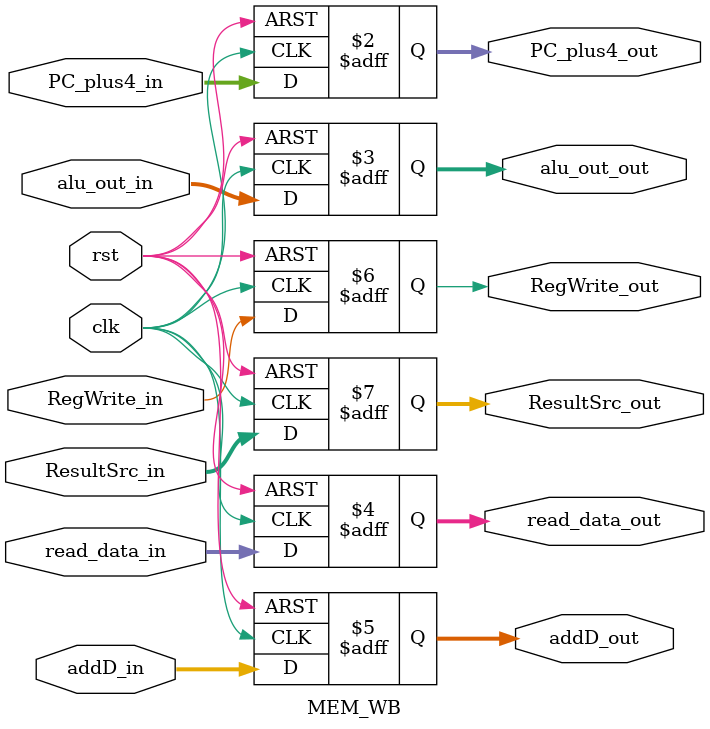
<source format=v>
module MEM_WB (
    input clk, rst,
    input [31:0] PC_plus4_in, alu_out_in, read_data_in,
    input [4:0] addD_in,
    input RegWrite_in,
    input [1:0] ResultSrc_in,
    output reg [31:0] PC_plus4_out, alu_out_out, read_data_out,
    output reg [4:0] addD_out,
    output reg RegWrite_out,
    output reg [1:0] ResultSrc_out
);
    always @(posedge clk or posedge rst) begin
        if (rst) begin
            PC_plus4_out <= 0; 
            alu_out_out <= 0; 
            read_data_out <= 0; 
            addD_out <= 0;
            RegWrite_out <= 0; 
            ResultSrc_out <= 0;
        end else begin
            PC_plus4_out <= PC_plus4_in; 
            alu_out_out <= alu_out_in; 
            read_data_out <= read_data_in;
            addD_out <= addD_in; 
            RegWrite_out <= RegWrite_in; 
            ResultSrc_out <= ResultSrc_in;
        end
    end
endmodule
</source>
